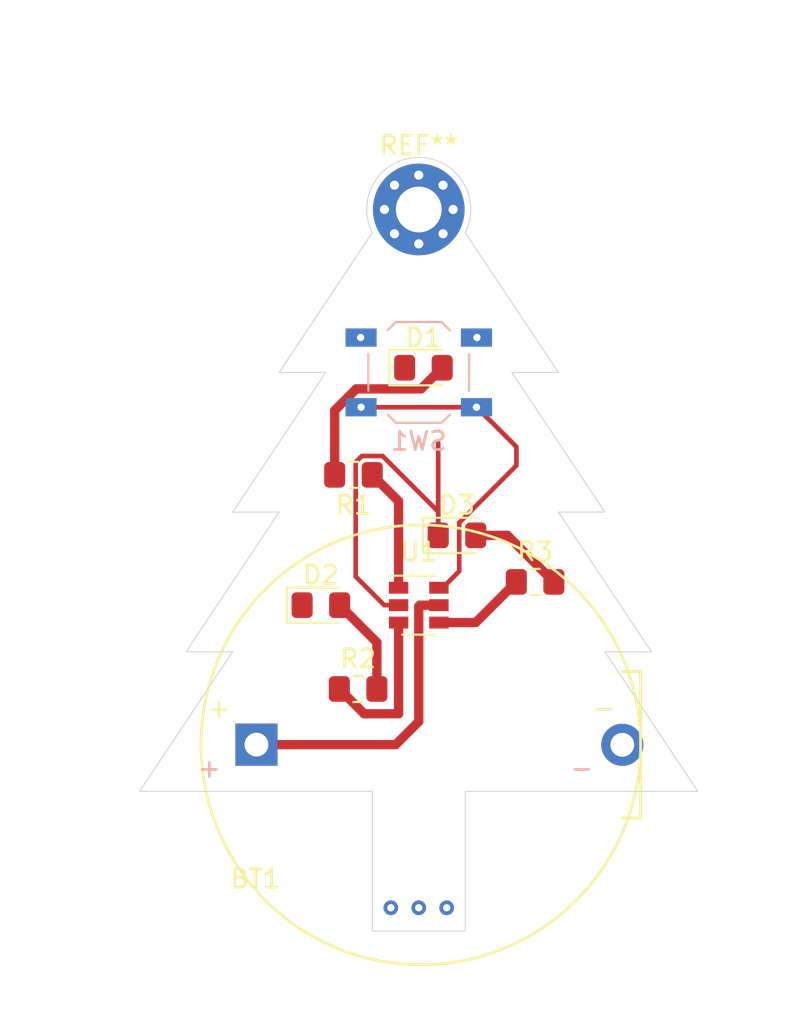
<source format=kicad_pcb>
(kicad_pcb (version 20171130) (host pcbnew "(5.1.4)-1")

  (general
    (thickness 1.6)
    (drawings 20)
    (tracks 46)
    (zones 0)
    (modules 10)
    (nets 10)
  )

  (page User 107.95 139.7)
  (layers
    (0 F.Cu signal)
    (31 B.Cu signal)
    (32 B.Adhes user)
    (33 F.Adhes user)
    (34 B.Paste user)
    (35 F.Paste user)
    (36 B.SilkS user)
    (37 F.SilkS user)
    (38 B.Mask user)
    (39 F.Mask user)
    (40 Dwgs.User user)
    (41 Cmts.User user)
    (42 Eco1.User user)
    (43 Eco2.User user)
    (44 Edge.Cuts user)
    (45 Margin user)
    (46 B.CrtYd user)
    (47 F.CrtYd user)
    (48 B.Fab user)
    (49 F.Fab user)
  )

  (setup
    (last_trace_width 0.254)
    (user_trace_width 0.254)
    (user_trace_width 0.381)
    (user_trace_width 0.508)
    (user_trace_width 0.635)
    (user_trace_width 0.762)
    (user_trace_width 0.889)
    (user_trace_width 1.016)
    (user_trace_width 1.143)
    (user_trace_width 1.27)
    (trace_clearance 0.2)
    (zone_clearance 0.508)
    (zone_45_only no)
    (trace_min 0.2)
    (via_size 0.8)
    (via_drill 0.4)
    (via_min_size 0.4)
    (via_min_drill 0.3)
    (uvia_size 0.3)
    (uvia_drill 0.1)
    (uvias_allowed no)
    (uvia_min_size 0.2)
    (uvia_min_drill 0.1)
    (edge_width 0.05)
    (segment_width 0.2)
    (pcb_text_width 0.3)
    (pcb_text_size 1.5 1.5)
    (mod_edge_width 0.12)
    (mod_text_size 1 1)
    (mod_text_width 0.15)
    (pad_size 1.524 1.524)
    (pad_drill 0.762)
    (pad_to_mask_clearance 0.051)
    (solder_mask_min_width 0.25)
    (aux_axis_origin 0 0)
    (visible_elements 7FFFFFFF)
    (pcbplotparams
      (layerselection 0x010fc_ffffffff)
      (usegerberextensions false)
      (usegerberattributes false)
      (usegerberadvancedattributes false)
      (creategerberjobfile false)
      (excludeedgelayer true)
      (linewidth 0.100000)
      (plotframeref false)
      (viasonmask false)
      (mode 1)
      (useauxorigin false)
      (hpglpennumber 1)
      (hpglpenspeed 20)
      (hpglpendiameter 15.000000)
      (psnegative false)
      (psa4output false)
      (plotreference true)
      (plotvalue true)
      (plotinvisibletext false)
      (padsonsilk false)
      (subtractmaskfromsilk false)
      (outputformat 1)
      (mirror false)
      (drillshape 0)
      (scaleselection 1)
      (outputdirectory "g0/"))
  )

  (net 0 "")
  (net 1 "Net-(BT1-Pad1)")
  (net 2 "Net-(BT1-Pad2)")
  (net 3 "Net-(D1-Pad2)")
  (net 4 "Net-(D2-Pad2)")
  (net 5 "Net-(D3-Pad2)")
  (net 6 "Net-(R1-Pad1)")
  (net 7 "Net-(R2-Pad1)")
  (net 8 "Net-(R3-Pad1)")
  (net 9 "Net-(SW1-Pad1)")

  (net_class Default "Ceci est la Netclass par défaut."
    (clearance 0.2)
    (trace_width 0.25)
    (via_dia 0.8)
    (via_drill 0.4)
    (uvia_dia 0.3)
    (uvia_drill 0.1)
    (add_net "Net-(BT1-Pad1)")
    (add_net "Net-(BT1-Pad2)")
    (add_net "Net-(D1-Pad2)")
    (add_net "Net-(D2-Pad2)")
    (add_net "Net-(D3-Pad2)")
    (add_net "Net-(R1-Pad1)")
    (add_net "Net-(R2-Pad1)")
    (add_net "Net-(R3-Pad1)")
    (add_net "Net-(SW1-Pad1)")
  )

  (module MountingHole:MountingHole_2.5mm_Pad_Via (layer F.Cu) (tedit 56DDBAEA) (tstamp 5FB0169D)
    (at 63.5 44.45)
    (descr "Mounting Hole 2.5mm")
    (tags "mounting hole 2.5mm")
    (attr virtual)
    (fp_text reference REF** (at 0 -3.5) (layer F.SilkS)
      (effects (font (size 1 1) (thickness 0.15)))
    )
    (fp_text value MountingHole_2.5mm_Pad_Via (at 0 -7.62) (layer F.Fab)
      (effects (font (size 1 1) (thickness 0.15)))
    )
    (fp_circle (center 0 0) (end 2.75 0) (layer F.CrtYd) (width 0.05))
    (fp_circle (center 0 0) (end 2.5 0) (layer Cmts.User) (width 0.15))
    (fp_text user %R (at 0.3 0) (layer F.Fab)
      (effects (font (size 1 1) (thickness 0.15)))
    )
    (pad 1 thru_hole circle (at 1.325825 -1.325825) (size 0.8 0.8) (drill 0.5) (layers *.Cu *.Mask))
    (pad 1 thru_hole circle (at 0 -1.875) (size 0.8 0.8) (drill 0.5) (layers *.Cu *.Mask))
    (pad 1 thru_hole circle (at -1.325825 -1.325825) (size 0.8 0.8) (drill 0.5) (layers *.Cu *.Mask))
    (pad 1 thru_hole circle (at -1.875 0) (size 0.8 0.8) (drill 0.5) (layers *.Cu *.Mask))
    (pad 1 thru_hole circle (at -1.325825 1.325825) (size 0.8 0.8) (drill 0.5) (layers *.Cu *.Mask))
    (pad 1 thru_hole circle (at 0 1.875) (size 0.8 0.8) (drill 0.5) (layers *.Cu *.Mask))
    (pad 1 thru_hole circle (at 1.325825 1.325825) (size 0.8 0.8) (drill 0.5) (layers *.Cu *.Mask))
    (pad 1 thru_hole circle (at 1.875 0) (size 0.8 0.8) (drill 0.5) (layers *.Cu *.Mask))
    (pad 1 thru_hole circle (at 0 0) (size 5 5) (drill 2.5) (layers *.Cu *.Mask))
  )

  (module LED_SMD:LED_0805_2012Metric_Pad1.15x1.40mm_HandSolder (layer F.Cu) (tedit 5B4B45C9) (tstamp 5FADEE44)
    (at 63.754 53.086)
    (descr "LED SMD 0805 (2012 Metric), square (rectangular) end terminal, IPC_7351 nominal, (Body size source: https://docs.google.com/spreadsheets/d/1BsfQQcO9C6DZCsRaXUlFlo91Tg2WpOkGARC1WS5S8t0/edit?usp=sharing), generated with kicad-footprint-generator")
    (tags "LED handsolder")
    (path /5FA621AF)
    (attr smd)
    (fp_text reference D1 (at 0 -1.65) (layer F.SilkS)
      (effects (font (size 1 1) (thickness 0.15)))
    )
    (fp_text value LED (at 0 1.65) (layer F.Fab)
      (effects (font (size 1 1) (thickness 0.15)))
    )
    (fp_line (start 1 -0.6) (end -0.7 -0.6) (layer F.Fab) (width 0.1))
    (fp_line (start -0.7 -0.6) (end -1 -0.3) (layer F.Fab) (width 0.1))
    (fp_line (start -1 -0.3) (end -1 0.6) (layer F.Fab) (width 0.1))
    (fp_line (start -1 0.6) (end 1 0.6) (layer F.Fab) (width 0.1))
    (fp_line (start 1 0.6) (end 1 -0.6) (layer F.Fab) (width 0.1))
    (fp_line (start 1 -0.96) (end -1.86 -0.96) (layer F.SilkS) (width 0.12))
    (fp_line (start -1.86 -0.96) (end -1.86 0.96) (layer F.SilkS) (width 0.12))
    (fp_line (start -1.86 0.96) (end 1 0.96) (layer F.SilkS) (width 0.12))
    (fp_line (start -1.85 0.95) (end -1.85 -0.95) (layer F.CrtYd) (width 0.05))
    (fp_line (start -1.85 -0.95) (end 1.85 -0.95) (layer F.CrtYd) (width 0.05))
    (fp_line (start 1.85 -0.95) (end 1.85 0.95) (layer F.CrtYd) (width 0.05))
    (fp_line (start 1.85 0.95) (end -1.85 0.95) (layer F.CrtYd) (width 0.05))
    (fp_text user %R (at 0 0) (layer F.Fab)
      (effects (font (size 0.5 0.5) (thickness 0.08)))
    )
    (pad 1 smd roundrect (at -1.025 0) (size 1.15 1.4) (layers F.Cu F.Paste F.Mask) (roundrect_rratio 0.217391)
      (net 2 "Net-(BT1-Pad2)"))
    (pad 2 smd roundrect (at 1.025 0) (size 1.15 1.4) (layers F.Cu F.Paste F.Mask) (roundrect_rratio 0.217391)
      (net 3 "Net-(D1-Pad2)"))
    (model ${KISYS3DMOD}/LED_SMD.3dshapes/LED_0805_2012Metric.wrl
      (at (xyz 0 0 0))
      (scale (xyz 1 1 1))
      (rotate (xyz 0 0 0))
    )
  )

  (module LED_SMD:LED_0805_2012Metric_Pad1.15x1.40mm_HandSolder (layer F.Cu) (tedit 5B4B45C9) (tstamp 5FADEE57)
    (at 58.157 66.04)
    (descr "LED SMD 0805 (2012 Metric), square (rectangular) end terminal, IPC_7351 nominal, (Body size source: https://docs.google.com/spreadsheets/d/1BsfQQcO9C6DZCsRaXUlFlo91Tg2WpOkGARC1WS5S8t0/edit?usp=sharing), generated with kicad-footprint-generator")
    (tags "LED handsolder")
    (path /5FA65471)
    (attr smd)
    (fp_text reference D2 (at 0 -1.65) (layer F.SilkS)
      (effects (font (size 1 1) (thickness 0.15)))
    )
    (fp_text value LED (at 0 1.65) (layer F.Fab)
      (effects (font (size 1 1) (thickness 0.15)))
    )
    (fp_text user %R (at 0 0) (layer F.Fab)
      (effects (font (size 0.5 0.5) (thickness 0.08)))
    )
    (fp_line (start 1.85 0.95) (end -1.85 0.95) (layer F.CrtYd) (width 0.05))
    (fp_line (start 1.85 -0.95) (end 1.85 0.95) (layer F.CrtYd) (width 0.05))
    (fp_line (start -1.85 -0.95) (end 1.85 -0.95) (layer F.CrtYd) (width 0.05))
    (fp_line (start -1.85 0.95) (end -1.85 -0.95) (layer F.CrtYd) (width 0.05))
    (fp_line (start -1.86 0.96) (end 1 0.96) (layer F.SilkS) (width 0.12))
    (fp_line (start -1.86 -0.96) (end -1.86 0.96) (layer F.SilkS) (width 0.12))
    (fp_line (start 1 -0.96) (end -1.86 -0.96) (layer F.SilkS) (width 0.12))
    (fp_line (start 1 0.6) (end 1 -0.6) (layer F.Fab) (width 0.1))
    (fp_line (start -1 0.6) (end 1 0.6) (layer F.Fab) (width 0.1))
    (fp_line (start -1 -0.3) (end -1 0.6) (layer F.Fab) (width 0.1))
    (fp_line (start -0.7 -0.6) (end -1 -0.3) (layer F.Fab) (width 0.1))
    (fp_line (start 1 -0.6) (end -0.7 -0.6) (layer F.Fab) (width 0.1))
    (pad 2 smd roundrect (at 1.025 0) (size 1.15 1.4) (layers F.Cu F.Paste F.Mask) (roundrect_rratio 0.217391)
      (net 4 "Net-(D2-Pad2)"))
    (pad 1 smd roundrect (at -1.025 0) (size 1.15 1.4) (layers F.Cu F.Paste F.Mask) (roundrect_rratio 0.217391)
      (net 2 "Net-(BT1-Pad2)"))
    (model ${KISYS3DMOD}/LED_SMD.3dshapes/LED_0805_2012Metric.wrl
      (at (xyz 0 0 0))
      (scale (xyz 1 1 1))
      (rotate (xyz 0 0 0))
    )
  )

  (module LED_SMD:LED_0805_2012Metric_Pad1.15x1.40mm_HandSolder (layer F.Cu) (tedit 5B4B45C9) (tstamp 5FADEE6A)
    (at 65.586001 62.23)
    (descr "LED SMD 0805 (2012 Metric), square (rectangular) end terminal, IPC_7351 nominal, (Body size source: https://docs.google.com/spreadsheets/d/1BsfQQcO9C6DZCsRaXUlFlo91Tg2WpOkGARC1WS5S8t0/edit?usp=sharing), generated with kicad-footprint-generator")
    (tags "LED handsolder")
    (path /5FA659C9)
    (attr smd)
    (fp_text reference D3 (at 0 -1.65) (layer F.SilkS)
      (effects (font (size 1 1) (thickness 0.15)))
    )
    (fp_text value LED (at 0 1.65) (layer F.Fab)
      (effects (font (size 1 1) (thickness 0.15)))
    )
    (fp_line (start 1 -0.6) (end -0.7 -0.6) (layer F.Fab) (width 0.1))
    (fp_line (start -0.7 -0.6) (end -1 -0.3) (layer F.Fab) (width 0.1))
    (fp_line (start -1 -0.3) (end -1 0.6) (layer F.Fab) (width 0.1))
    (fp_line (start -1 0.6) (end 1 0.6) (layer F.Fab) (width 0.1))
    (fp_line (start 1 0.6) (end 1 -0.6) (layer F.Fab) (width 0.1))
    (fp_line (start 1 -0.96) (end -1.86 -0.96) (layer F.SilkS) (width 0.12))
    (fp_line (start -1.86 -0.96) (end -1.86 0.96) (layer F.SilkS) (width 0.12))
    (fp_line (start -1.86 0.96) (end 1 0.96) (layer F.SilkS) (width 0.12))
    (fp_line (start -1.85 0.95) (end -1.85 -0.95) (layer F.CrtYd) (width 0.05))
    (fp_line (start -1.85 -0.95) (end 1.85 -0.95) (layer F.CrtYd) (width 0.05))
    (fp_line (start 1.85 -0.95) (end 1.85 0.95) (layer F.CrtYd) (width 0.05))
    (fp_line (start 1.85 0.95) (end -1.85 0.95) (layer F.CrtYd) (width 0.05))
    (fp_text user %R (at 0 0) (layer F.Fab)
      (effects (font (size 0.5 0.5) (thickness 0.08)))
    )
    (pad 1 smd roundrect (at -1.025 0) (size 1.15 1.4) (layers F.Cu F.Paste F.Mask) (roundrect_rratio 0.217391)
      (net 2 "Net-(BT1-Pad2)"))
    (pad 2 smd roundrect (at 1.025 0) (size 1.15 1.4) (layers F.Cu F.Paste F.Mask) (roundrect_rratio 0.217391)
      (net 5 "Net-(D3-Pad2)"))
    (model ${KISYS3DMOD}/LED_SMD.3dshapes/LED_0805_2012Metric.wrl
      (at (xyz 0 0 0))
      (scale (xyz 1 1 1))
      (rotate (xyz 0 0 0))
    )
  )

  (module Resistor_SMD:R_0805_2012Metric_Pad1.15x1.40mm_HandSolder (layer F.Cu) (tedit 5B36C52B) (tstamp 5FADEE7B)
    (at 59.935 58.928 180)
    (descr "Resistor SMD 0805 (2012 Metric), square (rectangular) end terminal, IPC_7351 nominal with elongated pad for handsoldering. (Body size source: https://docs.google.com/spreadsheets/d/1BsfQQcO9C6DZCsRaXUlFlo91Tg2WpOkGARC1WS5S8t0/edit?usp=sharing), generated with kicad-footprint-generator")
    (tags "resistor handsolder")
    (path /5FA625A0)
    (attr smd)
    (fp_text reference R1 (at 0 -1.65) (layer F.SilkS)
      (effects (font (size 1 1) (thickness 0.15)))
    )
    (fp_text value R (at 0 1.65) (layer F.Fab)
      (effects (font (size 1 1) (thickness 0.15)))
    )
    (fp_line (start -1 0.6) (end -1 -0.6) (layer F.Fab) (width 0.1))
    (fp_line (start -1 -0.6) (end 1 -0.6) (layer F.Fab) (width 0.1))
    (fp_line (start 1 -0.6) (end 1 0.6) (layer F.Fab) (width 0.1))
    (fp_line (start 1 0.6) (end -1 0.6) (layer F.Fab) (width 0.1))
    (fp_line (start -0.261252 -0.71) (end 0.261252 -0.71) (layer F.SilkS) (width 0.12))
    (fp_line (start -0.261252 0.71) (end 0.261252 0.71) (layer F.SilkS) (width 0.12))
    (fp_line (start -1.85 0.95) (end -1.85 -0.95) (layer F.CrtYd) (width 0.05))
    (fp_line (start -1.85 -0.95) (end 1.85 -0.95) (layer F.CrtYd) (width 0.05))
    (fp_line (start 1.85 -0.95) (end 1.85 0.95) (layer F.CrtYd) (width 0.05))
    (fp_line (start 1.85 0.95) (end -1.85 0.95) (layer F.CrtYd) (width 0.05))
    (fp_text user %R (at 0 0) (layer F.Fab)
      (effects (font (size 0.5 0.5) (thickness 0.08)))
    )
    (pad 1 smd roundrect (at -1.025 0 180) (size 1.15 1.4) (layers F.Cu F.Paste F.Mask) (roundrect_rratio 0.217391)
      (net 6 "Net-(R1-Pad1)"))
    (pad 2 smd roundrect (at 1.025 0 180) (size 1.15 1.4) (layers F.Cu F.Paste F.Mask) (roundrect_rratio 0.217391)
      (net 3 "Net-(D1-Pad2)"))
    (model ${KISYS3DMOD}/Resistor_SMD.3dshapes/R_0805_2012Metric.wrl
      (at (xyz 0 0 0))
      (scale (xyz 1 1 1))
      (rotate (xyz 0 0 0))
    )
  )

  (module Resistor_SMD:R_0805_2012Metric_Pad1.15x1.40mm_HandSolder (layer F.Cu) (tedit 5B36C52B) (tstamp 5FADEE8C)
    (at 60.189 70.612)
    (descr "Resistor SMD 0805 (2012 Metric), square (rectangular) end terminal, IPC_7351 nominal with elongated pad for handsoldering. (Body size source: https://docs.google.com/spreadsheets/d/1BsfQQcO9C6DZCsRaXUlFlo91Tg2WpOkGARC1WS5S8t0/edit?usp=sharing), generated with kicad-footprint-generator")
    (tags "resistor handsolder")
    (path /5FA65477)
    (attr smd)
    (fp_text reference R2 (at 0 -1.65) (layer F.SilkS)
      (effects (font (size 1 1) (thickness 0.15)))
    )
    (fp_text value R (at 0 1.65) (layer F.Fab)
      (effects (font (size 1 1) (thickness 0.15)))
    )
    (fp_text user %R (at 0 0) (layer F.Fab)
      (effects (font (size 0.5 0.5) (thickness 0.08)))
    )
    (fp_line (start 1.85 0.95) (end -1.85 0.95) (layer F.CrtYd) (width 0.05))
    (fp_line (start 1.85 -0.95) (end 1.85 0.95) (layer F.CrtYd) (width 0.05))
    (fp_line (start -1.85 -0.95) (end 1.85 -0.95) (layer F.CrtYd) (width 0.05))
    (fp_line (start -1.85 0.95) (end -1.85 -0.95) (layer F.CrtYd) (width 0.05))
    (fp_line (start -0.261252 0.71) (end 0.261252 0.71) (layer F.SilkS) (width 0.12))
    (fp_line (start -0.261252 -0.71) (end 0.261252 -0.71) (layer F.SilkS) (width 0.12))
    (fp_line (start 1 0.6) (end -1 0.6) (layer F.Fab) (width 0.1))
    (fp_line (start 1 -0.6) (end 1 0.6) (layer F.Fab) (width 0.1))
    (fp_line (start -1 -0.6) (end 1 -0.6) (layer F.Fab) (width 0.1))
    (fp_line (start -1 0.6) (end -1 -0.6) (layer F.Fab) (width 0.1))
    (pad 2 smd roundrect (at 1.025 0) (size 1.15 1.4) (layers F.Cu F.Paste F.Mask) (roundrect_rratio 0.217391)
      (net 4 "Net-(D2-Pad2)"))
    (pad 1 smd roundrect (at -1.025 0) (size 1.15 1.4) (layers F.Cu F.Paste F.Mask) (roundrect_rratio 0.217391)
      (net 7 "Net-(R2-Pad1)"))
    (model ${KISYS3DMOD}/Resistor_SMD.3dshapes/R_0805_2012Metric.wrl
      (at (xyz 0 0 0))
      (scale (xyz 1 1 1))
      (rotate (xyz 0 0 0))
    )
  )

  (module Resistor_SMD:R_0805_2012Metric_Pad1.15x1.40mm_HandSolder (layer F.Cu) (tedit 5B36C52B) (tstamp 5FADEE9D)
    (at 69.85 64.77)
    (descr "Resistor SMD 0805 (2012 Metric), square (rectangular) end terminal, IPC_7351 nominal with elongated pad for handsoldering. (Body size source: https://docs.google.com/spreadsheets/d/1BsfQQcO9C6DZCsRaXUlFlo91Tg2WpOkGARC1WS5S8t0/edit?usp=sharing), generated with kicad-footprint-generator")
    (tags "resistor handsolder")
    (path /5FA659CF)
    (attr smd)
    (fp_text reference R3 (at 0 -1.65) (layer F.SilkS)
      (effects (font (size 1 1) (thickness 0.15)))
    )
    (fp_text value R (at 0 1.65) (layer F.Fab)
      (effects (font (size 1 1) (thickness 0.15)))
    )
    (fp_line (start -1 0.6) (end -1 -0.6) (layer F.Fab) (width 0.1))
    (fp_line (start -1 -0.6) (end 1 -0.6) (layer F.Fab) (width 0.1))
    (fp_line (start 1 -0.6) (end 1 0.6) (layer F.Fab) (width 0.1))
    (fp_line (start 1 0.6) (end -1 0.6) (layer F.Fab) (width 0.1))
    (fp_line (start -0.261252 -0.71) (end 0.261252 -0.71) (layer F.SilkS) (width 0.12))
    (fp_line (start -0.261252 0.71) (end 0.261252 0.71) (layer F.SilkS) (width 0.12))
    (fp_line (start -1.85 0.95) (end -1.85 -0.95) (layer F.CrtYd) (width 0.05))
    (fp_line (start -1.85 -0.95) (end 1.85 -0.95) (layer F.CrtYd) (width 0.05))
    (fp_line (start 1.85 -0.95) (end 1.85 0.95) (layer F.CrtYd) (width 0.05))
    (fp_line (start 1.85 0.95) (end -1.85 0.95) (layer F.CrtYd) (width 0.05))
    (fp_text user %R (at 0 0) (layer F.Fab)
      (effects (font (size 0.5 0.5) (thickness 0.08)))
    )
    (pad 1 smd roundrect (at -1.025 0) (size 1.15 1.4) (layers F.Cu F.Paste F.Mask) (roundrect_rratio 0.217391)
      (net 8 "Net-(R3-Pad1)"))
    (pad 2 smd roundrect (at 1.025 0) (size 1.15 1.4) (layers F.Cu F.Paste F.Mask) (roundrect_rratio 0.217391)
      (net 5 "Net-(D3-Pad2)"))
    (model ${KISYS3DMOD}/Resistor_SMD.3dshapes/R_0805_2012Metric.wrl
      (at (xyz 0 0 0))
      (scale (xyz 1 1 1))
      (rotate (xyz 0 0 0))
    )
  )

  (module Button_Switch_SMD:SW_SPST_TL3342 (layer B.Cu) (tedit 5A02FC95) (tstamp 5FADEED3)
    (at 63.5 53.34)
    (descr "Low-profile SMD Tactile Switch, https://www.e-switch.com/system/asset/product_line/data_sheet/165/TL3342.pdf")
    (tags "SPST Tactile Switch")
    (path /5FA62FB2)
    (attr smd)
    (fp_text reference SW1 (at 0 3.75) (layer B.SilkS)
      (effects (font (size 1 1) (thickness 0.15)) (justify mirror))
    )
    (fp_text value SW_Push (at 0 -3.75) (layer B.Fab)
      (effects (font (size 1 1) (thickness 0.15)) (justify mirror))
    )
    (fp_text user %R (at 0 3.75) (layer B.Fab)
      (effects (font (size 1 1) (thickness 0.15)) (justify mirror))
    )
    (fp_line (start 3.2 -2.1) (end 3.2 -1.6) (layer B.Fab) (width 0.1))
    (fp_line (start 3.2 2.1) (end 3.2 1.6) (layer B.Fab) (width 0.1))
    (fp_line (start -3.2 -2.1) (end -3.2 -1.6) (layer B.Fab) (width 0.1))
    (fp_line (start -3.2 2.1) (end -3.2 1.6) (layer B.Fab) (width 0.1))
    (fp_line (start 2.7 2.1) (end 2.7 1.6) (layer B.Fab) (width 0.1))
    (fp_line (start 1.7 2.1) (end 3.2 2.1) (layer B.Fab) (width 0.1))
    (fp_line (start 3.2 1.6) (end 2.2 1.6) (layer B.Fab) (width 0.1))
    (fp_line (start -2.7 2.1) (end -2.7 1.6) (layer B.Fab) (width 0.1))
    (fp_line (start -1.7 2.1) (end -3.2 2.1) (layer B.Fab) (width 0.1))
    (fp_line (start -3.2 1.6) (end -2.2 1.6) (layer B.Fab) (width 0.1))
    (fp_line (start -2.7 -2.1) (end -2.7 -1.6) (layer B.Fab) (width 0.1))
    (fp_line (start -3.2 -1.6) (end -2.2 -1.6) (layer B.Fab) (width 0.1))
    (fp_line (start -1.7 -2.1) (end -3.2 -2.1) (layer B.Fab) (width 0.1))
    (fp_line (start 1.7 -2.1) (end 3.2 -2.1) (layer B.Fab) (width 0.1))
    (fp_line (start 2.7 -2.1) (end 2.7 -1.6) (layer B.Fab) (width 0.1))
    (fp_line (start 3.2 -1.6) (end 2.2 -1.6) (layer B.Fab) (width 0.1))
    (fp_line (start -1.7 -2.3) (end -1.25 -2.75) (layer B.SilkS) (width 0.12))
    (fp_line (start 1.7 -2.3) (end 1.25 -2.75) (layer B.SilkS) (width 0.12))
    (fp_line (start 1.7 2.3) (end 1.25 2.75) (layer B.SilkS) (width 0.12))
    (fp_line (start -1.7 2.3) (end -1.25 2.75) (layer B.SilkS) (width 0.12))
    (fp_line (start -2 1) (end -1 2) (layer B.Fab) (width 0.1))
    (fp_line (start -1 2) (end 1 2) (layer B.Fab) (width 0.1))
    (fp_line (start 1 2) (end 2 1) (layer B.Fab) (width 0.1))
    (fp_line (start 2 1) (end 2 -1) (layer B.Fab) (width 0.1))
    (fp_line (start 2 -1) (end 1 -2) (layer B.Fab) (width 0.1))
    (fp_line (start 1 -2) (end -1 -2) (layer B.Fab) (width 0.1))
    (fp_line (start -1 -2) (end -2 -1) (layer B.Fab) (width 0.1))
    (fp_line (start -2 -1) (end -2 1) (layer B.Fab) (width 0.1))
    (fp_line (start 2.75 1) (end 2.75 -1) (layer B.SilkS) (width 0.12))
    (fp_line (start -1.25 -2.75) (end 1.25 -2.75) (layer B.SilkS) (width 0.12))
    (fp_line (start -2.75 1) (end -2.75 -1) (layer B.SilkS) (width 0.12))
    (fp_line (start -1.25 2.75) (end 1.25 2.75) (layer B.SilkS) (width 0.12))
    (fp_line (start -2.6 1.2) (end -2.6 -1.2) (layer B.Fab) (width 0.1))
    (fp_line (start -2.6 -1.2) (end -1.2 -2.6) (layer B.Fab) (width 0.1))
    (fp_line (start -1.2 -2.6) (end 1.2 -2.6) (layer B.Fab) (width 0.1))
    (fp_line (start 1.2 -2.6) (end 2.6 -1.2) (layer B.Fab) (width 0.1))
    (fp_line (start 2.6 -1.2) (end 2.6 1.2) (layer B.Fab) (width 0.1))
    (fp_line (start 2.6 1.2) (end 1.2 2.6) (layer B.Fab) (width 0.1))
    (fp_line (start 1.2 2.6) (end -1.2 2.6) (layer B.Fab) (width 0.1))
    (fp_line (start -1.2 2.6) (end -2.6 1.2) (layer B.Fab) (width 0.1))
    (fp_line (start -4.25 3) (end 4.25 3) (layer B.CrtYd) (width 0.05))
    (fp_line (start 4.25 3) (end 4.25 -3) (layer B.CrtYd) (width 0.05))
    (fp_line (start 4.25 -3) (end -4.25 -3) (layer B.CrtYd) (width 0.05))
    (fp_line (start -4.25 -3) (end -4.25 3) (layer B.CrtYd) (width 0.05))
    (fp_circle (center 0 0) (end 1 0) (layer B.Fab) (width 0.1))
    (pad 1 smd rect (at -3.15 1.9) (size 1.7 1) (layers B.Cu B.Paste B.Mask)
      (net 9 "Net-(SW1-Pad1)"))
    (pad 1 smd rect (at 3.15 1.9) (size 1.7 1) (layers B.Cu B.Paste B.Mask)
      (net 9 "Net-(SW1-Pad1)"))
    (pad 2 smd rect (at -3.15 -1.9) (size 1.7 1) (layers B.Cu B.Paste B.Mask)
      (net 2 "Net-(BT1-Pad2)"))
    (pad 2 smd rect (at 3.15 -1.9) (size 1.7 1) (layers B.Cu B.Paste B.Mask)
      (net 2 "Net-(BT1-Pad2)"))
    (model ${KISYS3DMOD}/Button_Switch_SMD.3dshapes/SW_SPST_TL3342.wrl
      (at (xyz 0 0 0))
      (scale (xyz 1 1 1))
      (rotate (xyz 0 0 0))
    )
  )

  (module Package_TO_SOT_SMD:SOT-23-6 (layer F.Cu) (tedit 5A02FF57) (tstamp 5FADEEE9)
    (at 63.5 66.04)
    (descr "6-pin SOT-23 package")
    (tags SOT-23-6)
    (path /5FA6178A)
    (attr smd)
    (fp_text reference U1 (at 0 -2.9) (layer F.SilkS)
      (effects (font (size 1 1) (thickness 0.15)))
    )
    (fp_text value ATtiny10-TS (at 0 2.9) (layer F.Fab)
      (effects (font (size 1 1) (thickness 0.15)))
    )
    (fp_text user %R (at 0 0 90) (layer F.Fab)
      (effects (font (size 0.5 0.5) (thickness 0.075)))
    )
    (fp_line (start -0.9 1.61) (end 0.9 1.61) (layer F.SilkS) (width 0.12))
    (fp_line (start 0.9 -1.61) (end -1.55 -1.61) (layer F.SilkS) (width 0.12))
    (fp_line (start 1.9 -1.8) (end -1.9 -1.8) (layer F.CrtYd) (width 0.05))
    (fp_line (start 1.9 1.8) (end 1.9 -1.8) (layer F.CrtYd) (width 0.05))
    (fp_line (start -1.9 1.8) (end 1.9 1.8) (layer F.CrtYd) (width 0.05))
    (fp_line (start -1.9 -1.8) (end -1.9 1.8) (layer F.CrtYd) (width 0.05))
    (fp_line (start -0.9 -0.9) (end -0.25 -1.55) (layer F.Fab) (width 0.1))
    (fp_line (start 0.9 -1.55) (end -0.25 -1.55) (layer F.Fab) (width 0.1))
    (fp_line (start -0.9 -0.9) (end -0.9 1.55) (layer F.Fab) (width 0.1))
    (fp_line (start 0.9 1.55) (end -0.9 1.55) (layer F.Fab) (width 0.1))
    (fp_line (start 0.9 -1.55) (end 0.9 1.55) (layer F.Fab) (width 0.1))
    (pad 1 smd rect (at -1.1 -0.95) (size 1.06 0.65) (layers F.Cu F.Paste F.Mask)
      (net 6 "Net-(R1-Pad1)"))
    (pad 2 smd rect (at -1.1 0) (size 1.06 0.65) (layers F.Cu F.Paste F.Mask)
      (net 2 "Net-(BT1-Pad2)"))
    (pad 3 smd rect (at -1.1 0.95) (size 1.06 0.65) (layers F.Cu F.Paste F.Mask)
      (net 7 "Net-(R2-Pad1)"))
    (pad 4 smd rect (at 1.1 0.95) (size 1.06 0.65) (layers F.Cu F.Paste F.Mask)
      (net 8 "Net-(R3-Pad1)"))
    (pad 6 smd rect (at 1.1 -0.95) (size 1.06 0.65) (layers F.Cu F.Paste F.Mask)
      (net 9 "Net-(SW1-Pad1)"))
    (pad 5 smd rect (at 1.1 0) (size 1.06 0.65) (layers F.Cu F.Paste F.Mask)
      (net 1 "Net-(BT1-Pad1)"))
    (model ${KISYS3DMOD}/Package_TO_SOT_SMD.3dshapes/SOT-23-6.wrl
      (at (xyz 0 0 0))
      (scale (xyz 1 1 1))
      (rotate (xyz 0 0 0))
    )
  )

  (module circuit:battery (layer F.Cu) (tedit 5FB010C6) (tstamp 5FB013D8)
    (at 54.61 73.66)
    (path /5FA61C5A)
    (fp_text reference BT1 (at -0.03 7.31) (layer F.SilkS)
      (effects (font (size 1 1) (thickness 0.15)))
    )
    (fp_text value Battery_Cell (at -0.03 6.31) (layer F.Fab)
      (effects (font (size 1 1) (thickness 0.15)))
    )
    (fp_text user + (at -2 -2) (layer F.SilkS)
      (effects (font (size 1 1) (thickness 0.15)))
    )
    (fp_text user - (at 19 -2) (layer F.SilkS)
      (effects (font (size 1 1) (thickness 0.15)))
    )
    (fp_circle (center 9 0) (end 21 0) (layer F.SilkS) (width 0.15))
    (fp_line (start 21 0) (end 21 -4) (layer F.SilkS) (width 0.15))
    (fp_line (start 21 -4) (end 20 -4) (layer F.SilkS) (width 0.15))
    (fp_line (start 20 -4) (end 21 -4) (layer F.SilkS) (width 0.15))
    (fp_line (start 21 -4) (end 21 4) (layer F.SilkS) (width 0.15))
    (fp_line (start 21 4) (end 20 4) (layer F.SilkS) (width 0.15))
    (fp_text user + (at -2.54 1.27) (layer B.SilkS)
      (effects (font (size 1 1) (thickness 0.15)))
    )
    (fp_text user - (at 17.78 1.27) (layer B.SilkS)
      (effects (font (size 1 1) (thickness 0.15)))
    )
    (pad 1 thru_hole rect (at 0.03 -0.01) (size 2.3 2.3) (drill 1.3) (layers *.Cu *.Mask)
      (net 1 "Net-(BT1-Pad1)"))
    (pad 2 thru_hole circle (at 20 0) (size 2.3 2.3) (drill 1.3) (layers *.Cu *.Mask)
      (net 2 "Net-(BT1-Pad2)"))
  )

  (gr_arc (start 63.5 44.45) (end 66.039999 45.719999) (angle -233.1301024) (layer Edge.Cuts) (width 0.05))
  (gr_line (start 71.12 53.34) (end 66.04 45.72) (layer Edge.Cuts) (width 0.05))
  (gr_line (start 68.58 53.34) (end 71.12 53.34) (layer Edge.Cuts) (width 0.05))
  (gr_line (start 55.88 53.34) (end 60.96 45.72) (layer Edge.Cuts) (width 0.05))
  (gr_line (start 58.42 53.34) (end 55.88 53.34) (layer Edge.Cuts) (width 0.05))
  (gr_line (start 53.34 60.96) (end 58.42 53.34) (layer Edge.Cuts) (width 0.05))
  (gr_line (start 55.88 60.96) (end 53.34 60.96) (layer Edge.Cuts) (width 0.05))
  (gr_line (start 50.8 68.58) (end 55.88 60.96) (layer Edge.Cuts) (width 0.05))
  (gr_line (start 53.34 68.58) (end 50.8 68.58) (layer Edge.Cuts) (width 0.05))
  (gr_line (start 48.26 76.2) (end 53.34 68.58) (layer Edge.Cuts) (width 0.05))
  (gr_line (start 60.96 76.2) (end 48.26 76.2) (layer Edge.Cuts) (width 0.05))
  (gr_line (start 73.66 60.96) (end 68.58 53.34) (layer Edge.Cuts) (width 0.05))
  (gr_line (start 71.12 60.96) (end 73.66 60.96) (layer Edge.Cuts) (width 0.05))
  (gr_line (start 76.2 68.58) (end 71.12 60.96) (layer Edge.Cuts) (width 0.05))
  (gr_line (start 73.66 68.58) (end 76.2 68.58) (layer Edge.Cuts) (width 0.05))
  (gr_line (start 78.74 76.2) (end 73.66 68.58) (layer Edge.Cuts) (width 0.05))
  (gr_line (start 66.04 76.2) (end 78.74 76.2) (layer Edge.Cuts) (width 0.05))
  (gr_line (start 66.04 83.82) (end 66.04 76.2) (layer Edge.Cuts) (width 0.05))
  (gr_line (start 60.96 83.82) (end 66.04 83.82) (layer Edge.Cuts) (width 0.05))
  (gr_line (start 60.96 76.2) (end 60.96 83.82) (layer Edge.Cuts) (width 0.05))

  (via (at 66.675 51.435) (size 0.8) (drill 0.4) (layers F.Cu B.Cu) (net 2))
  (via (at 60.325 51.435) (size 0.8) (drill 0.4) (layers F.Cu B.Cu) (net 2))
  (segment (start 63.562 66.04) (end 64.6 66.04) (width 0.508) (layer F.Cu) (net 1))
  (segment (start 63.5 66.102) (end 63.562 66.04) (width 0.508) (layer F.Cu) (net 1))
  (segment (start 63.5 72.39) (end 63.5 66.102) (width 0.508) (layer F.Cu) (net 1))
  (segment (start 62.24 73.65) (end 63.5 72.39) (width 0.508) (layer F.Cu) (net 1))
  (segment (start 54.64 73.65) (end 62.24 73.65) (width 0.508) (layer F.Cu) (net 1))
  (via (at 61.976 82.55) (size 0.8) (drill 0.4) (layers F.Cu B.Cu) (net 2))
  (via (at 63.5 82.55) (size 0.8) (drill 0.4) (layers F.Cu B.Cu) (net 2))
  (via (at 65.024 82.55) (size 0.8) (drill 0.4) (layers F.Cu B.Cu) (net 2))
  (segment (start 64.561001 62.23) (end 64.561001 57.195001) (width 0.254) (layer F.Cu) (net 2))
  (segment (start 60.05799 58.238992) (end 60.05799 64.48199) (width 0.254) (layer F.Cu) (net 2))
  (segment (start 60.05799 64.48199) (end 61.616 66.04) (width 0.254) (layer F.Cu) (net 2))
  (segment (start 60.395992 57.90099) (end 60.05799 58.238992) (width 0.254) (layer F.Cu) (net 2))
  (segment (start 61.616 66.04) (end 62.4 66.04) (width 0.254) (layer F.Cu) (net 2))
  (segment (start 61.524008 57.90099) (end 60.395992 57.90099) (width 0.254) (layer F.Cu) (net 2))
  (segment (start 64.561001 60.937983) (end 61.524008 57.90099) (width 0.254) (layer F.Cu) (net 2))
  (segment (start 64.561001 62.23) (end 64.561001 60.937983) (width 0.254) (layer F.Cu) (net 2))
  (segment (start 64.155628 53.709372) (end 64.779 53.086) (width 0.508) (layer F.Cu) (net 3))
  (segment (start 63.62499 54.24001) (end 64.155628 53.709372) (width 0.508) (layer F.Cu) (net 3))
  (segment (start 60.086068 54.24001) (end 63.62499 54.24001) (width 0.508) (layer F.Cu) (net 3))
  (segment (start 58.91 55.416078) (end 60.086068 54.24001) (width 0.508) (layer F.Cu) (net 3))
  (segment (start 58.91 58.928) (end 58.91 55.416078) (width 0.508) (layer F.Cu) (net 3))
  (segment (start 61.214 68.072) (end 59.182 66.04) (width 0.508) (layer F.Cu) (net 4))
  (segment (start 61.214 70.612) (end 61.214 68.072) (width 0.508) (layer F.Cu) (net 4))
  (segment (start 68.335 62.23) (end 66.611001 62.23) (width 0.508) (layer F.Cu) (net 5))
  (segment (start 70.875 64.77) (end 68.335 62.23) (width 0.508) (layer F.Cu) (net 5))
  (segment (start 62.4 60.368) (end 60.96 58.928) (width 0.508) (layer F.Cu) (net 6))
  (segment (start 62.4 65.09) (end 62.4 60.368) (width 0.508) (layer F.Cu) (net 6))
  (segment (start 62.4 66.99) (end 62.195 66.99) (width 0.508) (layer F.Cu) (net 7))
  (segment (start 62.4 66.99) (end 62.4 71.966) (width 0.508) (layer F.Cu) (net 7))
  (segment (start 60.518 71.966) (end 59.164 70.612) (width 0.508) (layer F.Cu) (net 7))
  (segment (start 62.4 71.966) (end 60.518 71.966) (width 0.508) (layer F.Cu) (net 7))
  (segment (start 66.605 66.99) (end 68.825 64.77) (width 0.508) (layer F.Cu) (net 8))
  (segment (start 64.6 66.99) (end 66.605 66.99) (width 0.508) (layer F.Cu) (net 8))
  (segment (start 65.708991 61.540992) (end 68.829983 58.42) (width 0.254) (layer F.Cu) (net 9))
  (segment (start 65.708991 64.186009) (end 65.708991 61.540992) (width 0.254) (layer F.Cu) (net 9))
  (segment (start 64.6 65.09) (end 64.805 65.09) (width 0.254) (layer F.Cu) (net 9))
  (segment (start 64.805 65.09) (end 65.708991 64.186009) (width 0.254) (layer F.Cu) (net 9))
  (segment (start 68.829983 58.42) (end 68.829983 57.399983) (width 0.254) (layer F.Cu) (net 9))
  (segment (start 68.829983 57.399983) (end 67.31 55.88) (width 0.254) (layer F.Cu) (net 9))
  (via (at 66.65 55.24) (size 0.8) (drill 0.4) (layers F.Cu B.Cu) (net 9))
  (segment (start 67.31 55.88) (end 67.29 55.88) (width 0.254) (layer F.Cu) (net 9))
  (segment (start 67.29 55.88) (end 66.65 55.24) (width 0.254) (layer F.Cu) (net 9))
  (via (at 60.35 55.24) (size 0.8) (drill 0.4) (layers F.Cu B.Cu) (net 9))
  (segment (start 66.65 55.24) (end 60.35 55.24) (width 0.254) (layer F.Cu) (net 9))

  (zone (net 2) (net_name "Net-(BT1-Pad2)") (layer F.Cu) (tstamp 5FB0224D) (hatch edge 0.508)
    (connect_pads (clearance 0.508))
    (min_thickness 0.254)
    (fill (arc_segments 32) (thermal_gap 0.508) (thermal_bridge_width 0.508))
    (polygon
      (pts
        (xy 43.18 35.56) (xy 43.18 86.36) (xy 81.28 86.36) (xy 81.28 35.56)
      )
    )
  )
  (zone (net 2) (net_name "Net-(BT1-Pad2)") (layer B.Cu) (tstamp 5FB0224A) (hatch edge 0.508)
    (connect_pads (clearance 0.508))
    (min_thickness 0.254)
    (fill (arc_segments 32) (thermal_gap 0.508) (thermal_bridge_width 0.508))
    (polygon
      (pts
        (xy 83.82 33.02) (xy 40.64 33.02) (xy 40.64 88.9) (xy 83.82 88.9)
      )
    )
  )
)

</source>
